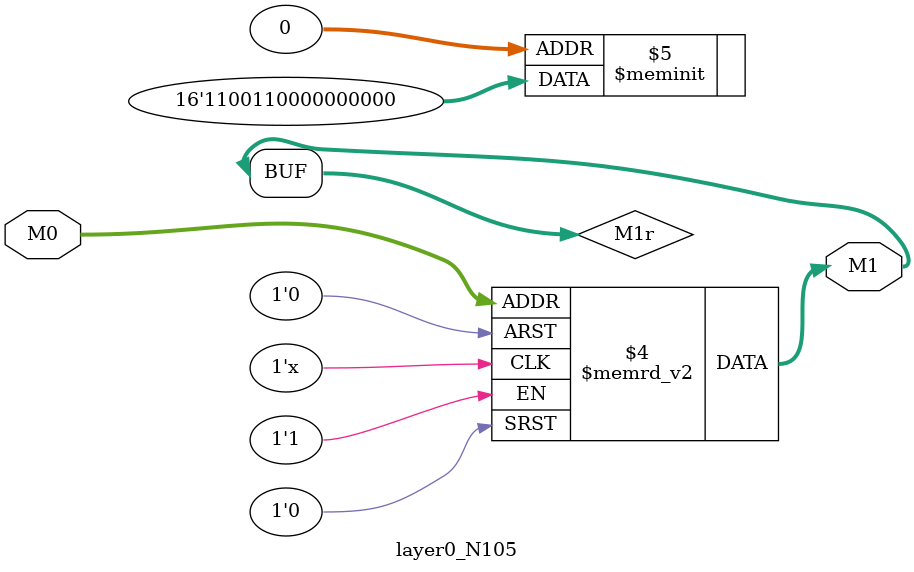
<source format=v>
module layer0_N105 ( input [2:0] M0, output [1:0] M1 );

	(*rom_style = "distributed" *) reg [1:0] M1r;
	assign M1 = M1r;
	always @ (M0) begin
		case (M0)
			3'b000: M1r = 2'b00;
			3'b100: M1r = 2'b00;
			3'b010: M1r = 2'b00;
			3'b110: M1r = 2'b00;
			3'b001: M1r = 2'b00;
			3'b101: M1r = 2'b11;
			3'b011: M1r = 2'b00;
			3'b111: M1r = 2'b11;

		endcase
	end
endmodule

</source>
